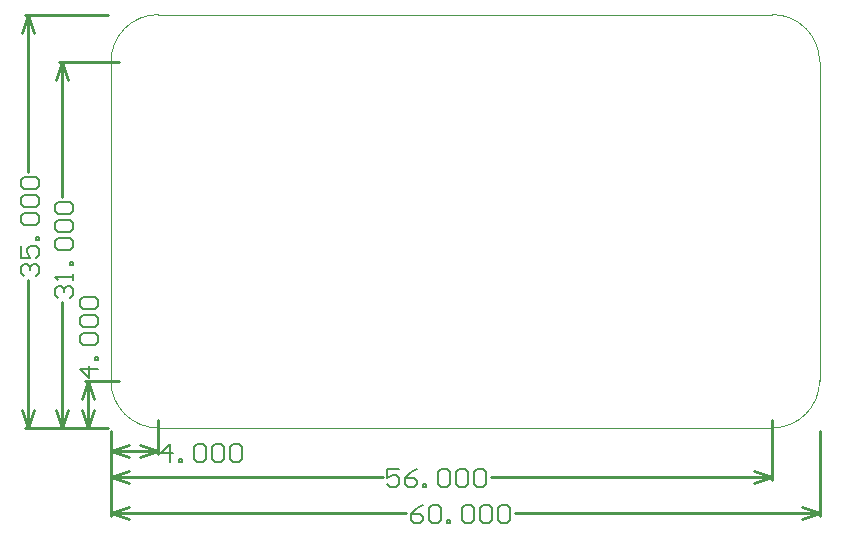
<source format=gm1>
G04*
G04 #@! TF.GenerationSoftware,Altium Limited,Altium Designer,20.1.8 (145)*
G04*
G04 Layer_Color=16711935*
%FSLAX44Y44*%
%MOMM*%
G71*
G04*
G04 #@! TF.SameCoordinates,C9CF11F6-8CB7-4B33-927B-0983859D9422*
G04*
G04*
G04 #@! TF.FilePolarity,Positive*
G04*
G01*
G75*
%ADD62C,0.0500*%
%ADD71C,0.2540*%
%ADD72C,0.1524*%
D62*
X0Y40000D02*
G03*
X40000Y0I40000J0D01*
G01*
Y350000D02*
G03*
X0Y310000I0J-40000D01*
G01*
X600000D02*
G03*
X560000Y350000I-40000J0D01*
G01*
Y0D02*
G03*
X600000Y40000I0J40000D01*
G01*
X-0Y310000D02*
X0Y40000D01*
X40000Y-0D02*
X560000Y-0D01*
X40000Y350000D02*
X560000D01*
X600000Y40000D02*
Y310000D01*
D71*
X-46228Y15240D02*
X-41148Y0D01*
X-36068Y15240D01*
X-41148Y310000D02*
X-36068Y294760D01*
X-46228D02*
X-41148Y310000D01*
Y0D02*
Y106245D01*
Y195627D02*
Y310000D01*
X-43688Y0D02*
X-2540D01*
X-43688Y310000D02*
X6444D01*
X-24892Y15240D02*
X-19812Y0D01*
X-14732Y15240D01*
X-19812Y40000D02*
X-14732Y24760D01*
X-24892D02*
X-19812Y40000D01*
Y0D02*
Y40000D01*
X-22352Y0D02*
X-2540D01*
X-22352Y40000D02*
X6444D01*
X0Y-41148D02*
X15240Y-36068D01*
X0Y-41148D02*
X15240Y-46228D01*
X544760D02*
X560000Y-41148D01*
X544760Y-36068D02*
X560000Y-41148D01*
X0D02*
X229975D01*
X321896D02*
X560000D01*
X0Y-43688D02*
Y-2540D01*
X560000Y-43688D02*
Y6444D01*
X0Y-19812D02*
X15240Y-14732D01*
X0Y-19812D02*
X15240Y-24892D01*
X24760D02*
X40000Y-19812D01*
X24760Y-14732D02*
X40000Y-19812D01*
X0D02*
X40000D01*
X0Y-22352D02*
Y-2540D01*
X40000Y-22352D02*
Y6444D01*
X-70104Y350000D02*
X-65024Y334760D01*
X-75184D02*
X-70104Y350000D01*
X-75184Y15240D02*
X-70104Y0D01*
X-65024Y15240D01*
X-70104Y216896D02*
Y350000D01*
Y0D02*
Y124976D01*
X-72644Y350000D02*
X-2540D01*
X-72644Y0D02*
X-2540D01*
X0Y-71628D02*
X15240Y-66548D01*
X0Y-71628D02*
X15240Y-76708D01*
X584760D02*
X600000Y-71628D01*
X584760Y-66548D02*
X600000Y-71628D01*
X0D02*
X249975D01*
X341896D02*
X600000D01*
X0Y-74168D02*
Y-2540D01*
X600000Y-74168D02*
Y-2540D01*
D72*
X-44702Y110309D02*
X-47242Y112848D01*
Y117927D01*
X-44702Y120466D01*
X-42163D01*
X-39624Y117927D01*
Y115387D01*
Y117927D01*
X-37085Y120466D01*
X-34546D01*
X-32006Y117927D01*
Y112848D01*
X-34546Y110309D01*
X-32006Y125544D02*
Y130623D01*
Y128083D01*
X-47242D01*
X-44702Y125544D01*
X-32006Y138240D02*
X-34546D01*
Y140779D01*
X-32006D01*
Y138240D01*
X-44702Y150936D02*
X-47242Y153475D01*
Y158553D01*
X-44702Y161093D01*
X-34546D01*
X-32006Y158553D01*
Y153475D01*
X-34546Y150936D01*
X-44702D01*
Y166171D02*
X-47242Y168710D01*
Y173789D01*
X-44702Y176328D01*
X-34546D01*
X-32006Y173789D01*
Y168710D01*
X-34546Y166171D01*
X-44702D01*
Y181406D02*
X-47242Y183945D01*
Y189024D01*
X-44702Y191563D01*
X-34546D01*
X-32006Y189024D01*
Y183945D01*
X-34546Y181406D01*
X-44702D01*
X-10670Y50157D02*
X-25905D01*
X-18288Y42540D01*
Y52697D01*
X-10670Y57775D02*
X-13210D01*
Y60314D01*
X-10670D01*
Y57775D01*
X-23366Y70471D02*
X-25905Y73010D01*
Y78088D01*
X-23366Y80628D01*
X-13210D01*
X-10670Y78088D01*
Y73010D01*
X-13210Y70471D01*
X-23366D01*
Y85706D02*
X-25905Y88245D01*
Y93324D01*
X-23366Y95863D01*
X-13210D01*
X-10670Y93324D01*
Y88245D01*
X-13210Y85706D01*
X-23366D01*
Y100941D02*
X-25905Y103480D01*
Y108559D01*
X-23366Y111098D01*
X-13210D01*
X-10670Y108559D01*
Y103480D01*
X-13210Y100941D01*
X-23366D01*
X244196Y-35055D02*
X234039D01*
Y-42672D01*
X239118Y-40133D01*
X241657D01*
X244196Y-42672D01*
Y-47750D01*
X241657Y-50290D01*
X236579D01*
X234039Y-47750D01*
X259431Y-35055D02*
X254353Y-37594D01*
X249275Y-42672D01*
Y-47750D01*
X251814Y-50290D01*
X256892D01*
X259431Y-47750D01*
Y-45211D01*
X256892Y-42672D01*
X249275D01*
X264510Y-50290D02*
Y-47750D01*
X267049D01*
Y-50290D01*
X264510D01*
X277206Y-37594D02*
X279745Y-35055D01*
X284823D01*
X287362Y-37594D01*
Y-47750D01*
X284823Y-50290D01*
X279745D01*
X277206Y-47750D01*
Y-37594D01*
X292441D02*
X294980Y-35055D01*
X300058D01*
X302597Y-37594D01*
Y-47750D01*
X300058Y-50290D01*
X294980D01*
X292441Y-47750D01*
Y-37594D01*
X307676D02*
X310215Y-35055D01*
X315293D01*
X317832Y-37594D01*
Y-47750D01*
X315293Y-50290D01*
X310215D01*
X307676Y-47750D01*
Y-37594D01*
X50157Y-28953D02*
Y-13719D01*
X42540Y-21336D01*
X52697D01*
X57775Y-28953D02*
Y-26414D01*
X60314D01*
Y-28953D01*
X57775D01*
X70471Y-16258D02*
X73010Y-13719D01*
X78088D01*
X80628Y-16258D01*
Y-26414D01*
X78088Y-28953D01*
X73010D01*
X70471Y-26414D01*
Y-16258D01*
X85706D02*
X88245Y-13719D01*
X93324D01*
X95863Y-16258D01*
Y-26414D01*
X93324Y-28953D01*
X88245D01*
X85706Y-26414D01*
Y-16258D01*
X100941D02*
X103480Y-13719D01*
X108559D01*
X111098Y-16258D01*
Y-26414D01*
X108559Y-28953D01*
X103480D01*
X100941Y-26414D01*
Y-16258D01*
X-73658Y129039D02*
X-76198Y131579D01*
Y136657D01*
X-73658Y139196D01*
X-71119D01*
X-68580Y136657D01*
Y134118D01*
Y136657D01*
X-66041Y139196D01*
X-63502D01*
X-60963Y136657D01*
Y131579D01*
X-63502Y129039D01*
X-76198Y154431D02*
Y144275D01*
X-68580D01*
X-71119Y149353D01*
Y151892D01*
X-68580Y154431D01*
X-63502D01*
X-60963Y151892D01*
Y146814D01*
X-63502Y144275D01*
X-60963Y159510D02*
X-63502D01*
Y162049D01*
X-60963D01*
Y159510D01*
X-73658Y172206D02*
X-76198Y174745D01*
Y179823D01*
X-73658Y182362D01*
X-63502D01*
X-60963Y179823D01*
Y174745D01*
X-63502Y172206D01*
X-73658D01*
Y187441D02*
X-76198Y189980D01*
Y195058D01*
X-73658Y197597D01*
X-63502D01*
X-60963Y195058D01*
Y189980D01*
X-63502Y187441D01*
X-73658D01*
Y202676D02*
X-76198Y205215D01*
Y210293D01*
X-73658Y212832D01*
X-63502D01*
X-60963Y210293D01*
Y205215D01*
X-63502Y202676D01*
X-73658D01*
X264196Y-65535D02*
X259118Y-68074D01*
X254039Y-73152D01*
Y-78230D01*
X256579Y-80770D01*
X261657D01*
X264196Y-78230D01*
Y-75691D01*
X261657Y-73152D01*
X254039D01*
X269275Y-68074D02*
X271814Y-65535D01*
X276892D01*
X279431Y-68074D01*
Y-78230D01*
X276892Y-80770D01*
X271814D01*
X269275Y-78230D01*
Y-68074D01*
X284510Y-80770D02*
Y-78230D01*
X287049D01*
Y-80770D01*
X284510D01*
X297206Y-68074D02*
X299745Y-65535D01*
X304823D01*
X307362Y-68074D01*
Y-78230D01*
X304823Y-80770D01*
X299745D01*
X297206Y-78230D01*
Y-68074D01*
X312441D02*
X314980Y-65535D01*
X320058D01*
X322597Y-68074D01*
Y-78230D01*
X320058Y-80770D01*
X314980D01*
X312441Y-78230D01*
Y-68074D01*
X327676D02*
X330215Y-65535D01*
X335293D01*
X337832Y-68074D01*
Y-78230D01*
X335293Y-80770D01*
X330215D01*
X327676Y-78230D01*
Y-68074D01*
M02*

</source>
